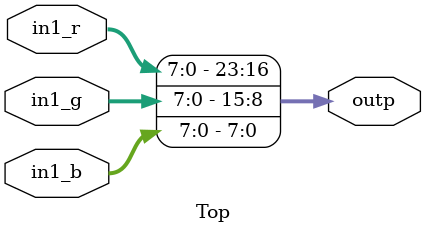
<source format=sv>
module Top (
	input logic [7:0] in1_r,
	input logic [7:0] in1_g,
	input logic [7:0] in1_b,

	output logic [23:0] outp
);

	assign outp = {in1_r, in1_g, in1_b};

endmodule



</source>
